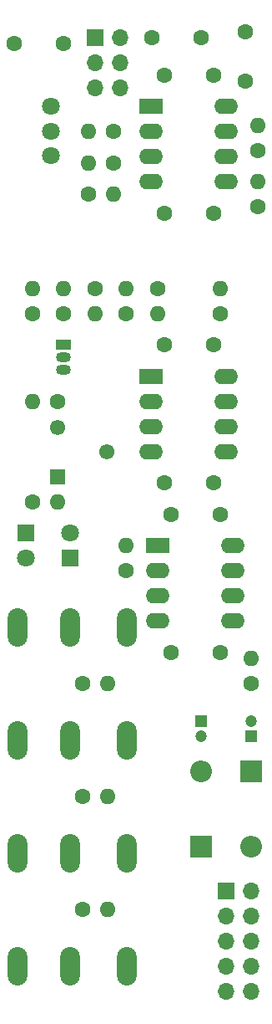
<source format=gbr>
G04 #@! TF.GenerationSoftware,KiCad,Pcbnew,(5.1.10)-1*
G04 #@! TF.CreationDate,2021-08-28T07:27:22+02:00*
G04 #@! TF.ProjectId,Haraldswerk NGF-E LFO Main,48617261-6c64-4737-9765-726b204e4746,rev?*
G04 #@! TF.SameCoordinates,Original*
G04 #@! TF.FileFunction,Soldermask,Top*
G04 #@! TF.FilePolarity,Negative*
%FSLAX46Y46*%
G04 Gerber Fmt 4.6, Leading zero omitted, Abs format (unit mm)*
G04 Created by KiCad (PCBNEW (5.1.10)-1) date 2021-08-28 07:27:22*
%MOMM*%
%LPD*%
G01*
G04 APERTURE LIST*
%ADD10O,1.700000X1.700000*%
%ADD11R,1.700000X1.700000*%
%ADD12C,1.600000*%
%ADD13O,1.600000X1.600000*%
%ADD14C,1.550000*%
%ADD15R,1.550000X1.550000*%
%ADD16C,1.800000*%
%ADD17O,2.000000X3.900000*%
%ADD18O,2.400000X1.600000*%
%ADD19R,2.400000X1.600000*%
%ADD20O,2.200000X2.200000*%
%ADD21R,2.200000X2.200000*%
%ADD22R,1.500000X1.050000*%
%ADD23O,1.500000X1.050000*%
%ADD24R,1.800000X1.800000*%
%ADD25C,1.200000*%
%ADD26R,1.200000X1.200000*%
G04 APERTURE END LIST*
D10*
G04 #@! TO.C,J6*
X12065000Y-7620000D03*
X9525000Y-7620000D03*
X12065000Y-5080000D03*
X9525000Y-5080000D03*
X12065000Y-2540000D03*
D11*
X9525000Y-2540000D03*
G04 #@! TD*
D12*
G04 #@! TO.C,C11*
X24765000Y-1985000D03*
X24765000Y-6985000D03*
G04 #@! TD*
G04 #@! TO.C,C10*
X15320000Y-2540000D03*
X20320000Y-2540000D03*
G04 #@! TD*
D13*
G04 #@! TO.C,R16*
X10795000Y-67945000D03*
D12*
X8255000Y-67945000D03*
G04 #@! TD*
D14*
G04 #@! TO.C,T1*
X10715000Y-44490000D03*
D15*
X5715000Y-46990000D03*
D14*
X5715000Y-41990000D03*
G04 #@! TD*
D16*
G04 #@! TO.C,RV1*
X5080000Y-9525000D03*
X5080000Y-12025000D03*
X5080000Y-14525000D03*
G04 #@! TD*
D17*
G04 #@! TO.C,J4*
X12800000Y-62230000D03*
X7000000Y-62230000D03*
X1700000Y-62230000D03*
G04 #@! TD*
G04 #@! TO.C,J3*
X12800000Y-73660000D03*
X7000000Y-73660000D03*
X1700000Y-73660000D03*
G04 #@! TD*
G04 #@! TO.C,J2*
X12800000Y-85090000D03*
X7000000Y-85090000D03*
X1700000Y-85090000D03*
G04 #@! TD*
G04 #@! TO.C,J1*
X12800000Y-96520000D03*
X7000000Y-96520000D03*
X1700000Y-96520000D03*
G04 #@! TD*
D18*
G04 #@! TO.C,U3*
X23495000Y-53975000D03*
X15875000Y-61595000D03*
X23495000Y-56515000D03*
X15875000Y-59055000D03*
X23495000Y-59055000D03*
X15875000Y-56515000D03*
X23495000Y-61595000D03*
D19*
X15875000Y-53975000D03*
G04 #@! TD*
D18*
G04 #@! TO.C,U2*
X22860000Y-36830000D03*
X15240000Y-44450000D03*
X22860000Y-39370000D03*
X15240000Y-41910000D03*
X22860000Y-41910000D03*
X15240000Y-39370000D03*
X22860000Y-44450000D03*
D19*
X15240000Y-36830000D03*
G04 #@! TD*
D18*
G04 #@! TO.C,U1*
X22860000Y-9525000D03*
X15240000Y-17145000D03*
X22860000Y-12065000D03*
X15240000Y-14605000D03*
X22860000Y-14605000D03*
X15240000Y-12065000D03*
X22860000Y-17145000D03*
D19*
X15240000Y-9525000D03*
G04 #@! TD*
D13*
G04 #@! TO.C,R18*
X25400000Y-65405000D03*
D12*
X25400000Y-67945000D03*
G04 #@! TD*
D13*
G04 #@! TO.C,R17*
X12700000Y-53975000D03*
D12*
X12700000Y-56515000D03*
G04 #@! TD*
D13*
G04 #@! TO.C,R15*
X10795000Y-79375000D03*
D12*
X8255000Y-79375000D03*
G04 #@! TD*
D13*
G04 #@! TO.C,R14*
X22225000Y-27940000D03*
D12*
X22225000Y-30480000D03*
G04 #@! TD*
D13*
G04 #@! TO.C,R13*
X15875000Y-30480000D03*
D12*
X15875000Y-27940000D03*
G04 #@! TD*
D13*
G04 #@! TO.C,R12*
X10795000Y-90805000D03*
D12*
X8255000Y-90805000D03*
G04 #@! TD*
D13*
G04 #@! TO.C,R11*
X12700000Y-27940000D03*
D12*
X12700000Y-30480000D03*
G04 #@! TD*
D13*
G04 #@! TO.C,R10*
X6350000Y-27940000D03*
D12*
X6350000Y-30480000D03*
G04 #@! TD*
D13*
G04 #@! TO.C,R9*
X9525000Y-30480000D03*
D12*
X9525000Y-27940000D03*
G04 #@! TD*
D13*
G04 #@! TO.C,R8*
X3175000Y-27940000D03*
D12*
X3175000Y-30480000D03*
G04 #@! TD*
D13*
G04 #@! TO.C,R7*
X5715000Y-49530000D03*
D12*
X3175000Y-49530000D03*
G04 #@! TD*
D13*
G04 #@! TO.C,R6*
X3175000Y-39370000D03*
D12*
X5715000Y-39370000D03*
G04 #@! TD*
D13*
G04 #@! TO.C,R5*
X26035000Y-17145000D03*
D12*
X26035000Y-19685000D03*
G04 #@! TD*
D13*
G04 #@! TO.C,R4*
X26035000Y-11430000D03*
D12*
X26035000Y-13970000D03*
G04 #@! TD*
D13*
G04 #@! TO.C,R3*
X11430000Y-18415000D03*
D12*
X8890000Y-18415000D03*
G04 #@! TD*
D13*
G04 #@! TO.C,R2*
X8890000Y-12065000D03*
D12*
X11430000Y-12065000D03*
G04 #@! TD*
D13*
G04 #@! TO.C,R1*
X8890000Y-15240000D03*
D12*
X11430000Y-15240000D03*
G04 #@! TD*
D20*
G04 #@! TO.C,D4*
X20320000Y-76835000D03*
D21*
X20320000Y-84455000D03*
G04 #@! TD*
D20*
G04 #@! TO.C,D3*
X25400000Y-84455000D03*
D21*
X25400000Y-76835000D03*
G04 #@! TD*
D12*
G04 #@! TO.C,C9*
X17225000Y-64770000D03*
X22225000Y-64770000D03*
G04 #@! TD*
G04 #@! TO.C,C8*
X17225000Y-50800000D03*
X22225000Y-50800000D03*
G04 #@! TD*
G04 #@! TO.C,C7*
X16590000Y-47625000D03*
X21590000Y-47625000D03*
G04 #@! TD*
G04 #@! TO.C,C6*
X16590000Y-6350000D03*
X21590000Y-6350000D03*
G04 #@! TD*
G04 #@! TO.C,C5*
X16590000Y-20320000D03*
X21590000Y-20320000D03*
G04 #@! TD*
G04 #@! TO.C,C4*
X16590000Y-33655000D03*
X21590000Y-33655000D03*
G04 #@! TD*
G04 #@! TO.C,C1*
X1350000Y-3175000D03*
X6350000Y-3175000D03*
G04 #@! TD*
D22*
G04 #@! TO.C,Q1*
X6350000Y-33655000D03*
D23*
X6350000Y-36195000D03*
X6350000Y-34925000D03*
G04 #@! TD*
D10*
G04 #@! TO.C,J5*
X25400000Y-99060000D03*
X22860000Y-99060000D03*
X25400000Y-96520000D03*
X22860000Y-96520000D03*
X25400000Y-93980000D03*
X22860000Y-93980000D03*
X25400000Y-91440000D03*
X22860000Y-91440000D03*
X25400000Y-88900000D03*
D11*
X22860000Y-88900000D03*
G04 #@! TD*
D16*
G04 #@! TO.C,D2*
X2540000Y-55245000D03*
D24*
X2540000Y-52705000D03*
G04 #@! TD*
D16*
G04 #@! TO.C,D1*
X6985000Y-52705000D03*
D24*
X6985000Y-55245000D03*
G04 #@! TD*
D25*
G04 #@! TO.C,C3*
X20320000Y-73255000D03*
D26*
X20320000Y-71755000D03*
G04 #@! TD*
D25*
G04 #@! TO.C,C2*
X25400000Y-71755000D03*
D26*
X25400000Y-73255000D03*
G04 #@! TD*
M02*

</source>
